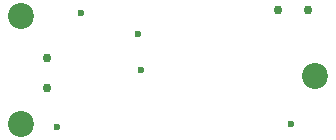
<source format=gbr>
G04 Generated by Ultiboard 14.0 *
%FSLAX34Y34*%
%MOMM*%

%ADD10C,0.0001*%
%ADD11C,0.6000*%
%ADD12C,0.7500*%
%ADD13C,2.2000*%


G04 ColorRGB 000000 for the following layer *
%LNDrill-Copper Top-Copper Bottom*%
%LPD*%
G54D11*
X106680Y970280D03*
X58420Y988060D03*
X109220Y939800D03*
X38100Y891540D03*
X236220Y894080D03*
G54D12*
X250400Y990000D03*
X225000Y990000D03*
X30000Y950000D03*
X30000Y924600D03*
G54D13*
X7620Y985520D03*
X7620Y894080D03*
X256540Y934720D03*

M02*

</source>
